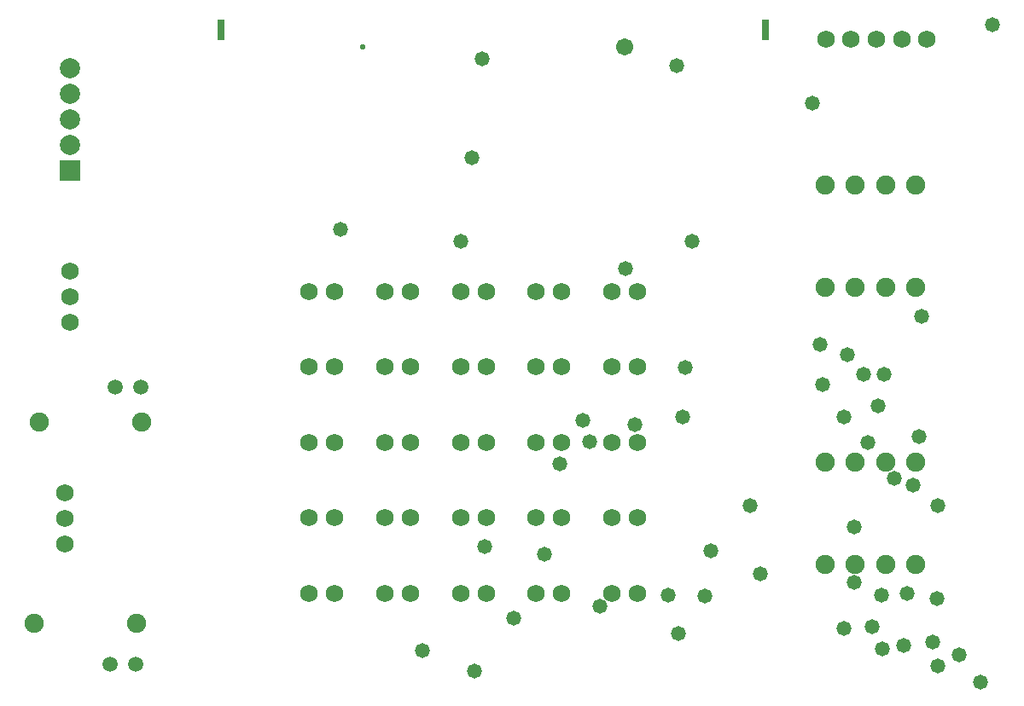
<source format=gbs>
G04 Layer_Color=8150272*
%FSLAX25Y25*%
%MOIN*%
G70*
G01*
G75*
%ADD28C,0.02300*%
%ADD29C,0.06706*%
%ADD30R,0.02769X0.07887*%
%ADD31C,0.06800*%
%ADD32C,0.07887*%
%ADD33R,0.07887X0.07887*%
%ADD35C,0.07493*%
%ADD36C,0.05918*%
%ADD37C,0.05800*%
D28*
X242126Y479528D02*
D03*
D29*
X344488D02*
D03*
D30*
X187008Y486220D02*
D03*
X399606D02*
D03*
D31*
X462598Y482283D02*
D03*
X452756D02*
D03*
X442913D02*
D03*
X433071D02*
D03*
X423228D02*
D03*
X125984Y304921D02*
D03*
Y294921D02*
D03*
Y284921D02*
D03*
X127953Y371890D02*
D03*
Y391890D02*
D03*
Y381890D02*
D03*
X349488Y383858D02*
D03*
X339488D02*
D03*
X319961D02*
D03*
X309961D02*
D03*
X290433D02*
D03*
X280433D02*
D03*
X260906D02*
D03*
X250906D02*
D03*
X231378D02*
D03*
X221378D02*
D03*
X349488Y354331D02*
D03*
X339488D02*
D03*
X319961D02*
D03*
X309961D02*
D03*
X290433D02*
D03*
X280433D02*
D03*
X260906D02*
D03*
X250906D02*
D03*
X231378D02*
D03*
X221378D02*
D03*
X349488Y324803D02*
D03*
X339488D02*
D03*
X319961D02*
D03*
X309961D02*
D03*
X290433D02*
D03*
X280433D02*
D03*
X260906D02*
D03*
X250906D02*
D03*
X231378D02*
D03*
X221378D02*
D03*
X349488Y295276D02*
D03*
X339488D02*
D03*
X319961D02*
D03*
X309961D02*
D03*
X290433D02*
D03*
X280433D02*
D03*
X260906D02*
D03*
X250906D02*
D03*
X231378D02*
D03*
X221378D02*
D03*
X349488Y265748D02*
D03*
X339488D02*
D03*
X319961D02*
D03*
X309961D02*
D03*
X290433D02*
D03*
X280433D02*
D03*
X260906D02*
D03*
X250906D02*
D03*
X231378D02*
D03*
X221378D02*
D03*
D32*
X127953Y471102D02*
D03*
Y461102D02*
D03*
Y451102D02*
D03*
Y441102D02*
D03*
D33*
Y431102D02*
D03*
D35*
X153858Y253937D02*
D03*
X113858D02*
D03*
X115827Y332677D02*
D03*
X155827D02*
D03*
X434613Y425361D02*
D03*
Y385361D02*
D03*
X422802Y425361D02*
D03*
Y385361D02*
D03*
X434613Y317094D02*
D03*
Y277094D02*
D03*
X422802Y317094D02*
D03*
Y277094D02*
D03*
X446424Y385361D02*
D03*
Y425361D02*
D03*
X458235Y277094D02*
D03*
Y317094D02*
D03*
Y385361D02*
D03*
Y425361D02*
D03*
X446424Y277094D02*
D03*
Y317094D02*
D03*
D36*
X143701Y238189D02*
D03*
X153701D02*
D03*
X145669Y346457D02*
D03*
X155669D02*
D03*
D37*
X334900Y260700D02*
D03*
X288900Y474800D02*
D03*
X434400Y270200D02*
D03*
X367400Y334600D02*
D03*
X430200D02*
D03*
X457300Y308200D02*
D03*
X454900Y265600D02*
D03*
X453444Y245400D02*
D03*
X328400Y333400D02*
D03*
X464980Y246720D02*
D03*
X445300Y244000D02*
D03*
X365500Y250100D02*
D03*
X443700Y338900D02*
D03*
X348515Y331615D02*
D03*
X449900Y310600D02*
D03*
X319100Y316300D02*
D03*
X313300Y281100D02*
D03*
X265500Y243300D02*
D03*
X284900Y436000D02*
D03*
X375800Y264800D02*
D03*
X397600Y273500D02*
D03*
X370900Y403500D02*
D03*
X280547D02*
D03*
X434100Y291600D02*
D03*
X361500Y265100D02*
D03*
X289900Y284100D02*
D03*
X344900Y392700D02*
D03*
X393600Y299900D02*
D03*
X467000D02*
D03*
X483600Y231200D02*
D03*
X233500Y407900D02*
D03*
X368200Y354000D02*
D03*
X378131Y282331D02*
D03*
X330900Y325100D02*
D03*
X441400Y252600D02*
D03*
X301100Y256100D02*
D03*
X466900Y237500D02*
D03*
X444900Y265200D02*
D03*
X285900Y235500D02*
D03*
X475400Y241752D02*
D03*
X430400Y252000D02*
D03*
X459700Y326900D02*
D03*
X417900Y457270D02*
D03*
X439460Y324803D02*
D03*
X364900Y471900D02*
D03*
X460630Y374016D02*
D03*
X488189Y488189D02*
D03*
X446000Y351400D02*
D03*
X438000D02*
D03*
X431636Y358900D02*
D03*
X421900Y347400D02*
D03*
X420802Y362900D02*
D03*
X466535Y263779D02*
D03*
M02*

</source>
